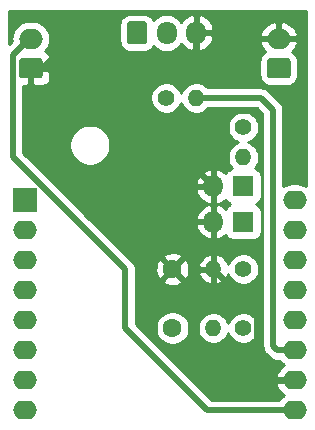
<source format=gbr>
G04 #@! TF.GenerationSoftware,KiCad,Pcbnew,5.1.5-52549c5~84~ubuntu18.04.1*
G04 #@! TF.CreationDate,2020-02-24T15:42:57+01:00*
G04 #@! TF.ProjectId,osat_wemos_board,6f736174-5f77-4656-9d6f-735f626f6172,rev?*
G04 #@! TF.SameCoordinates,Original*
G04 #@! TF.FileFunction,Copper,L2,Bot*
G04 #@! TF.FilePolarity,Positive*
%FSLAX46Y46*%
G04 Gerber Fmt 4.6, Leading zero omitted, Abs format (unit mm)*
G04 Created by KiCad (PCBNEW 5.1.5-52549c5~84~ubuntu18.04.1) date 2020-02-24 15:42:57*
%MOMM*%
%LPD*%
G04 APERTURE LIST*
%ADD10O,2.000000X1.600000*%
%ADD11R,2.000000X2.000000*%
%ADD12C,1.600000*%
%ADD13C,0.100000*%
%ADD14O,2.000000X1.700000*%
%ADD15O,1.700000X1.950000*%
%ADD16C,1.400000*%
%ADD17O,1.400000X1.400000*%
%ADD18R,1.800000X1.800000*%
%ADD19O,1.800000X1.800000*%
%ADD20C,0.500000*%
%ADD21C,0.254000*%
G04 APERTURE END LIST*
D10*
X105485001Y-70715001D03*
D11*
X105485001Y-68175001D03*
D10*
X105485001Y-73255001D03*
X105485001Y-75795001D03*
X105485001Y-78335001D03*
X105485001Y-80875001D03*
X105485001Y-83415001D03*
X105485001Y-85955001D03*
X128345001Y-85955001D03*
X128345001Y-83415001D03*
X128345001Y-80875001D03*
X128345001Y-78335001D03*
X128345001Y-75795001D03*
X128345001Y-73255001D03*
X128345001Y-70715001D03*
X128345001Y-68175001D03*
D12*
X118000000Y-74000000D03*
X118000000Y-79000000D03*
G04 #@! TA.AperFunction,ComponentPad*
D13*
G36*
X127774504Y-56151204D02*
G01*
X127798773Y-56154804D01*
X127822571Y-56160765D01*
X127845671Y-56169030D01*
X127867849Y-56179520D01*
X127888893Y-56192133D01*
X127908598Y-56206747D01*
X127926777Y-56223223D01*
X127943253Y-56241402D01*
X127957867Y-56261107D01*
X127970480Y-56282151D01*
X127980970Y-56304329D01*
X127989235Y-56327429D01*
X127995196Y-56351227D01*
X127998796Y-56375496D01*
X128000000Y-56400000D01*
X128000000Y-57600000D01*
X127998796Y-57624504D01*
X127995196Y-57648773D01*
X127989235Y-57672571D01*
X127980970Y-57695671D01*
X127970480Y-57717849D01*
X127957867Y-57738893D01*
X127943253Y-57758598D01*
X127926777Y-57776777D01*
X127908598Y-57793253D01*
X127888893Y-57807867D01*
X127867849Y-57820480D01*
X127845671Y-57830970D01*
X127822571Y-57839235D01*
X127798773Y-57845196D01*
X127774504Y-57848796D01*
X127750000Y-57850000D01*
X126250000Y-57850000D01*
X126225496Y-57848796D01*
X126201227Y-57845196D01*
X126177429Y-57839235D01*
X126154329Y-57830970D01*
X126132151Y-57820480D01*
X126111107Y-57807867D01*
X126091402Y-57793253D01*
X126073223Y-57776777D01*
X126056747Y-57758598D01*
X126042133Y-57738893D01*
X126029520Y-57717849D01*
X126019030Y-57695671D01*
X126010765Y-57672571D01*
X126004804Y-57648773D01*
X126001204Y-57624504D01*
X126000000Y-57600000D01*
X126000000Y-56400000D01*
X126001204Y-56375496D01*
X126004804Y-56351227D01*
X126010765Y-56327429D01*
X126019030Y-56304329D01*
X126029520Y-56282151D01*
X126042133Y-56261107D01*
X126056747Y-56241402D01*
X126073223Y-56223223D01*
X126091402Y-56206747D01*
X126111107Y-56192133D01*
X126132151Y-56179520D01*
X126154329Y-56169030D01*
X126177429Y-56160765D01*
X126201227Y-56154804D01*
X126225496Y-56151204D01*
X126250000Y-56150000D01*
X127750000Y-56150000D01*
X127774504Y-56151204D01*
G37*
G04 #@! TD.AperFunction*
D14*
X127000000Y-54500000D03*
X106000000Y-54500000D03*
G04 #@! TA.AperFunction,ComponentPad*
D13*
G36*
X106774504Y-56151204D02*
G01*
X106798773Y-56154804D01*
X106822571Y-56160765D01*
X106845671Y-56169030D01*
X106867849Y-56179520D01*
X106888893Y-56192133D01*
X106908598Y-56206747D01*
X106926777Y-56223223D01*
X106943253Y-56241402D01*
X106957867Y-56261107D01*
X106970480Y-56282151D01*
X106980970Y-56304329D01*
X106989235Y-56327429D01*
X106995196Y-56351227D01*
X106998796Y-56375496D01*
X107000000Y-56400000D01*
X107000000Y-57600000D01*
X106998796Y-57624504D01*
X106995196Y-57648773D01*
X106989235Y-57672571D01*
X106980970Y-57695671D01*
X106970480Y-57717849D01*
X106957867Y-57738893D01*
X106943253Y-57758598D01*
X106926777Y-57776777D01*
X106908598Y-57793253D01*
X106888893Y-57807867D01*
X106867849Y-57820480D01*
X106845671Y-57830970D01*
X106822571Y-57839235D01*
X106798773Y-57845196D01*
X106774504Y-57848796D01*
X106750000Y-57850000D01*
X105250000Y-57850000D01*
X105225496Y-57848796D01*
X105201227Y-57845196D01*
X105177429Y-57839235D01*
X105154329Y-57830970D01*
X105132151Y-57820480D01*
X105111107Y-57807867D01*
X105091402Y-57793253D01*
X105073223Y-57776777D01*
X105056747Y-57758598D01*
X105042133Y-57738893D01*
X105029520Y-57717849D01*
X105019030Y-57695671D01*
X105010765Y-57672571D01*
X105004804Y-57648773D01*
X105001204Y-57624504D01*
X105000000Y-57600000D01*
X105000000Y-56400000D01*
X105001204Y-56375496D01*
X105004804Y-56351227D01*
X105010765Y-56327429D01*
X105019030Y-56304329D01*
X105029520Y-56282151D01*
X105042133Y-56261107D01*
X105056747Y-56241402D01*
X105073223Y-56223223D01*
X105091402Y-56206747D01*
X105111107Y-56192133D01*
X105132151Y-56179520D01*
X105154329Y-56169030D01*
X105177429Y-56160765D01*
X105201227Y-56154804D01*
X105225496Y-56151204D01*
X105250000Y-56150000D01*
X106750000Y-56150000D01*
X106774504Y-56151204D01*
G37*
G04 #@! TD.AperFunction*
G04 #@! TA.AperFunction,ComponentPad*
G36*
X115624504Y-53026204D02*
G01*
X115648773Y-53029804D01*
X115672571Y-53035765D01*
X115695671Y-53044030D01*
X115717849Y-53054520D01*
X115738893Y-53067133D01*
X115758598Y-53081747D01*
X115776777Y-53098223D01*
X115793253Y-53116402D01*
X115807867Y-53136107D01*
X115820480Y-53157151D01*
X115830970Y-53179329D01*
X115839235Y-53202429D01*
X115845196Y-53226227D01*
X115848796Y-53250496D01*
X115850000Y-53275000D01*
X115850000Y-54725000D01*
X115848796Y-54749504D01*
X115845196Y-54773773D01*
X115839235Y-54797571D01*
X115830970Y-54820671D01*
X115820480Y-54842849D01*
X115807867Y-54863893D01*
X115793253Y-54883598D01*
X115776777Y-54901777D01*
X115758598Y-54918253D01*
X115738893Y-54932867D01*
X115717849Y-54945480D01*
X115695671Y-54955970D01*
X115672571Y-54964235D01*
X115648773Y-54970196D01*
X115624504Y-54973796D01*
X115600000Y-54975000D01*
X114400000Y-54975000D01*
X114375496Y-54973796D01*
X114351227Y-54970196D01*
X114327429Y-54964235D01*
X114304329Y-54955970D01*
X114282151Y-54945480D01*
X114261107Y-54932867D01*
X114241402Y-54918253D01*
X114223223Y-54901777D01*
X114206747Y-54883598D01*
X114192133Y-54863893D01*
X114179520Y-54842849D01*
X114169030Y-54820671D01*
X114160765Y-54797571D01*
X114154804Y-54773773D01*
X114151204Y-54749504D01*
X114150000Y-54725000D01*
X114150000Y-53275000D01*
X114151204Y-53250496D01*
X114154804Y-53226227D01*
X114160765Y-53202429D01*
X114169030Y-53179329D01*
X114179520Y-53157151D01*
X114192133Y-53136107D01*
X114206747Y-53116402D01*
X114223223Y-53098223D01*
X114241402Y-53081747D01*
X114261107Y-53067133D01*
X114282151Y-53054520D01*
X114304329Y-53044030D01*
X114327429Y-53035765D01*
X114351227Y-53029804D01*
X114375496Y-53026204D01*
X114400000Y-53025000D01*
X115600000Y-53025000D01*
X115624504Y-53026204D01*
G37*
G04 #@! TD.AperFunction*
D15*
X117500000Y-54000000D03*
X120000000Y-54000000D03*
D16*
X124000000Y-79000000D03*
D17*
X121460000Y-79000000D03*
D16*
X124000000Y-74000000D03*
D17*
X121460000Y-74000000D03*
X124000000Y-64540000D03*
D16*
X124000000Y-62000000D03*
D17*
X120000000Y-59500000D03*
D16*
X117460000Y-59500000D03*
D18*
X124000000Y-67000000D03*
D19*
X121460000Y-67000000D03*
X121460000Y-70000000D03*
D18*
X124000000Y-70000000D03*
D20*
X120000000Y-55475000D02*
X120000000Y-54000000D01*
X107000000Y-57000000D02*
X108000000Y-56000000D01*
X119475000Y-56000000D02*
X120000000Y-55475000D01*
X106000000Y-57000000D02*
X107000000Y-57000000D01*
X114000000Y-59540000D02*
X121460000Y-67000000D01*
X114000000Y-56000000D02*
X119475000Y-56000000D01*
X114000000Y-56000000D02*
X114000000Y-59540000D01*
X108000000Y-56000000D02*
X114000000Y-56000000D01*
X125150001Y-81720001D02*
X126845001Y-83415001D01*
X126845001Y-83415001D02*
X128345001Y-83415001D01*
X125150001Y-77690001D02*
X125150001Y-81720001D01*
X121460000Y-74000000D02*
X125150001Y-77690001D01*
X104500000Y-55850000D02*
X104500000Y-64500000D01*
X106000000Y-54500000D02*
X105850000Y-54500000D01*
X105850000Y-54500000D02*
X104500000Y-55850000D01*
X104500000Y-64500000D02*
X114000000Y-74000000D01*
X114000000Y-74000000D02*
X114000000Y-79000000D01*
X120955001Y-85955001D02*
X128345001Y-85955001D01*
X114000000Y-79000000D02*
X120955001Y-85955001D01*
X126500000Y-80530000D02*
X126845001Y-80875001D01*
X126500000Y-60500000D02*
X126500000Y-80530000D01*
X126845001Y-80875001D02*
X128345001Y-80875001D01*
X125500000Y-59500000D02*
X126500000Y-60500000D01*
X120000000Y-59500000D02*
X125500000Y-59500000D01*
D21*
G36*
X129340000Y-66972808D02*
G01*
X129096809Y-66842819D01*
X128826310Y-66760765D01*
X128615493Y-66740001D01*
X128074509Y-66740001D01*
X127863692Y-66760765D01*
X127593193Y-66842819D01*
X127385000Y-66954101D01*
X127385000Y-60543469D01*
X127389281Y-60500000D01*
X127385000Y-60456531D01*
X127385000Y-60456523D01*
X127372195Y-60326510D01*
X127370702Y-60321589D01*
X127321589Y-60159686D01*
X127239411Y-60005941D01*
X127156532Y-59904953D01*
X127156530Y-59904951D01*
X127128817Y-59871183D01*
X127095050Y-59843471D01*
X126156534Y-58904956D01*
X126128817Y-58871183D01*
X125994059Y-58760589D01*
X125840313Y-58678411D01*
X125673490Y-58627805D01*
X125543477Y-58615000D01*
X125543469Y-58615000D01*
X125500000Y-58610719D01*
X125456531Y-58615000D01*
X121002975Y-58615000D01*
X120851013Y-58463038D01*
X120632359Y-58316939D01*
X120389405Y-58216304D01*
X120131486Y-58165000D01*
X119868514Y-58165000D01*
X119610595Y-58216304D01*
X119367641Y-58316939D01*
X119148987Y-58463038D01*
X118963038Y-58648987D01*
X118816939Y-58867641D01*
X118730000Y-59077530D01*
X118643061Y-58867641D01*
X118496962Y-58648987D01*
X118311013Y-58463038D01*
X118092359Y-58316939D01*
X117849405Y-58216304D01*
X117591486Y-58165000D01*
X117328514Y-58165000D01*
X117070595Y-58216304D01*
X116827641Y-58316939D01*
X116608987Y-58463038D01*
X116423038Y-58648987D01*
X116276939Y-58867641D01*
X116176304Y-59110595D01*
X116125000Y-59368514D01*
X116125000Y-59631486D01*
X116176304Y-59889405D01*
X116276939Y-60132359D01*
X116423038Y-60351013D01*
X116608987Y-60536962D01*
X116827641Y-60683061D01*
X117070595Y-60783696D01*
X117328514Y-60835000D01*
X117591486Y-60835000D01*
X117849405Y-60783696D01*
X118092359Y-60683061D01*
X118311013Y-60536962D01*
X118496962Y-60351013D01*
X118643061Y-60132359D01*
X118730000Y-59922470D01*
X118816939Y-60132359D01*
X118963038Y-60351013D01*
X119148987Y-60536962D01*
X119367641Y-60683061D01*
X119610595Y-60783696D01*
X119868514Y-60835000D01*
X120131486Y-60835000D01*
X120389405Y-60783696D01*
X120632359Y-60683061D01*
X120851013Y-60536962D01*
X121002975Y-60385000D01*
X125133422Y-60385000D01*
X125615000Y-60866579D01*
X125615001Y-80486521D01*
X125610719Y-80530000D01*
X125627805Y-80703490D01*
X125678412Y-80870313D01*
X125760590Y-81024059D01*
X125843468Y-81125046D01*
X125843471Y-81125049D01*
X125871184Y-81158817D01*
X125904952Y-81186530D01*
X126188467Y-81470045D01*
X126216184Y-81503818D01*
X126350942Y-81614412D01*
X126504688Y-81696590D01*
X126671511Y-81747196D01*
X126801524Y-81760001D01*
X126801534Y-81760001D01*
X126845000Y-81764282D01*
X126888466Y-81760001D01*
X127014923Y-81760001D01*
X127125393Y-81894609D01*
X127343900Y-82073933D01*
X127473346Y-82143123D01*
X127455774Y-82150571D01*
X127222339Y-82309328D01*
X127024362Y-82510576D01*
X126869450Y-82746580D01*
X126763557Y-83008271D01*
X126753097Y-83065962D01*
X126875086Y-83288001D01*
X128218001Y-83288001D01*
X128218001Y-83268001D01*
X128472001Y-83268001D01*
X128472001Y-83288001D01*
X128492001Y-83288001D01*
X128492001Y-83542001D01*
X128472001Y-83542001D01*
X128472001Y-83562001D01*
X128218001Y-83562001D01*
X128218001Y-83542001D01*
X126875086Y-83542001D01*
X126753097Y-83764040D01*
X126763557Y-83821731D01*
X126869450Y-84083422D01*
X127024362Y-84319426D01*
X127222339Y-84520674D01*
X127455774Y-84679431D01*
X127473346Y-84686879D01*
X127343900Y-84756069D01*
X127125393Y-84935393D01*
X127014923Y-85070001D01*
X121321580Y-85070001D01*
X115110244Y-78858665D01*
X116565000Y-78858665D01*
X116565000Y-79141335D01*
X116620147Y-79418574D01*
X116728320Y-79679727D01*
X116885363Y-79914759D01*
X117085241Y-80114637D01*
X117320273Y-80271680D01*
X117581426Y-80379853D01*
X117858665Y-80435000D01*
X118141335Y-80435000D01*
X118418574Y-80379853D01*
X118679727Y-80271680D01*
X118914759Y-80114637D01*
X119114637Y-79914759D01*
X119271680Y-79679727D01*
X119379853Y-79418574D01*
X119435000Y-79141335D01*
X119435000Y-78868514D01*
X120125000Y-78868514D01*
X120125000Y-79131486D01*
X120176304Y-79389405D01*
X120276939Y-79632359D01*
X120423038Y-79851013D01*
X120608987Y-80036962D01*
X120827641Y-80183061D01*
X121070595Y-80283696D01*
X121328514Y-80335000D01*
X121591486Y-80335000D01*
X121849405Y-80283696D01*
X122092359Y-80183061D01*
X122311013Y-80036962D01*
X122496962Y-79851013D01*
X122643061Y-79632359D01*
X122730000Y-79422470D01*
X122816939Y-79632359D01*
X122963038Y-79851013D01*
X123148987Y-80036962D01*
X123367641Y-80183061D01*
X123610595Y-80283696D01*
X123868514Y-80335000D01*
X124131486Y-80335000D01*
X124389405Y-80283696D01*
X124632359Y-80183061D01*
X124851013Y-80036962D01*
X125036962Y-79851013D01*
X125183061Y-79632359D01*
X125283696Y-79389405D01*
X125335000Y-79131486D01*
X125335000Y-78868514D01*
X125283696Y-78610595D01*
X125183061Y-78367641D01*
X125036962Y-78148987D01*
X124851013Y-77963038D01*
X124632359Y-77816939D01*
X124389405Y-77716304D01*
X124131486Y-77665000D01*
X123868514Y-77665000D01*
X123610595Y-77716304D01*
X123367641Y-77816939D01*
X123148987Y-77963038D01*
X122963038Y-78148987D01*
X122816939Y-78367641D01*
X122730000Y-78577530D01*
X122643061Y-78367641D01*
X122496962Y-78148987D01*
X122311013Y-77963038D01*
X122092359Y-77816939D01*
X121849405Y-77716304D01*
X121591486Y-77665000D01*
X121328514Y-77665000D01*
X121070595Y-77716304D01*
X120827641Y-77816939D01*
X120608987Y-77963038D01*
X120423038Y-78148987D01*
X120276939Y-78367641D01*
X120176304Y-78610595D01*
X120125000Y-78868514D01*
X119435000Y-78868514D01*
X119435000Y-78858665D01*
X119379853Y-78581426D01*
X119271680Y-78320273D01*
X119114637Y-78085241D01*
X118914759Y-77885363D01*
X118679727Y-77728320D01*
X118418574Y-77620147D01*
X118141335Y-77565000D01*
X117858665Y-77565000D01*
X117581426Y-77620147D01*
X117320273Y-77728320D01*
X117085241Y-77885363D01*
X116885363Y-78085241D01*
X116728320Y-78320273D01*
X116620147Y-78581426D01*
X116565000Y-78858665D01*
X115110244Y-78858665D01*
X114885000Y-78633422D01*
X114885000Y-74992702D01*
X117186903Y-74992702D01*
X117258486Y-75236671D01*
X117513996Y-75357571D01*
X117788184Y-75426300D01*
X118070512Y-75440217D01*
X118350130Y-75398787D01*
X118616292Y-75303603D01*
X118741514Y-75236671D01*
X118813097Y-74992702D01*
X118000000Y-74179605D01*
X117186903Y-74992702D01*
X114885000Y-74992702D01*
X114885000Y-74070512D01*
X116559783Y-74070512D01*
X116601213Y-74350130D01*
X116696397Y-74616292D01*
X116763329Y-74741514D01*
X117007298Y-74813097D01*
X117820395Y-74000000D01*
X118179605Y-74000000D01*
X118992702Y-74813097D01*
X119236671Y-74741514D01*
X119357571Y-74486004D01*
X119395841Y-74333329D01*
X120167284Y-74333329D01*
X120199953Y-74441044D01*
X120310208Y-74678392D01*
X120464649Y-74889670D01*
X120657340Y-75066759D01*
X120880877Y-75202853D01*
X121126670Y-75292722D01*
X121333000Y-75170201D01*
X121333000Y-74127000D01*
X120290626Y-74127000D01*
X120167284Y-74333329D01*
X119395841Y-74333329D01*
X119426300Y-74211816D01*
X119440217Y-73929488D01*
X119401277Y-73666671D01*
X120167284Y-73666671D01*
X120290626Y-73873000D01*
X121333000Y-73873000D01*
X121333000Y-72829799D01*
X121587000Y-72829799D01*
X121587000Y-73873000D01*
X121607000Y-73873000D01*
X121607000Y-74127000D01*
X121587000Y-74127000D01*
X121587000Y-75170201D01*
X121793330Y-75292722D01*
X122039123Y-75202853D01*
X122262660Y-75066759D01*
X122455351Y-74889670D01*
X122609792Y-74678392D01*
X122720047Y-74441044D01*
X122727506Y-74416450D01*
X122816939Y-74632359D01*
X122963038Y-74851013D01*
X123148987Y-75036962D01*
X123367641Y-75183061D01*
X123610595Y-75283696D01*
X123868514Y-75335000D01*
X124131486Y-75335000D01*
X124389405Y-75283696D01*
X124632359Y-75183061D01*
X124851013Y-75036962D01*
X125036962Y-74851013D01*
X125183061Y-74632359D01*
X125283696Y-74389405D01*
X125335000Y-74131486D01*
X125335000Y-73868514D01*
X125283696Y-73610595D01*
X125183061Y-73367641D01*
X125036962Y-73148987D01*
X124851013Y-72963038D01*
X124632359Y-72816939D01*
X124389405Y-72716304D01*
X124131486Y-72665000D01*
X123868514Y-72665000D01*
X123610595Y-72716304D01*
X123367641Y-72816939D01*
X123148987Y-72963038D01*
X122963038Y-73148987D01*
X122816939Y-73367641D01*
X122727506Y-73583550D01*
X122720047Y-73558956D01*
X122609792Y-73321608D01*
X122455351Y-73110330D01*
X122262660Y-72933241D01*
X122039123Y-72797147D01*
X121793330Y-72707278D01*
X121587000Y-72829799D01*
X121333000Y-72829799D01*
X121126670Y-72707278D01*
X120880877Y-72797147D01*
X120657340Y-72933241D01*
X120464649Y-73110330D01*
X120310208Y-73321608D01*
X120199953Y-73558956D01*
X120167284Y-73666671D01*
X119401277Y-73666671D01*
X119398787Y-73649870D01*
X119303603Y-73383708D01*
X119236671Y-73258486D01*
X118992702Y-73186903D01*
X118179605Y-74000000D01*
X117820395Y-74000000D01*
X117007298Y-73186903D01*
X116763329Y-73258486D01*
X116642429Y-73513996D01*
X116573700Y-73788184D01*
X116559783Y-74070512D01*
X114885000Y-74070512D01*
X114885000Y-74043469D01*
X114889281Y-74000000D01*
X114885000Y-73956531D01*
X114885000Y-73956523D01*
X114872195Y-73826510D01*
X114821589Y-73659687D01*
X114739411Y-73505941D01*
X114628817Y-73371183D01*
X114595051Y-73343472D01*
X114258877Y-73007298D01*
X117186903Y-73007298D01*
X118000000Y-73820395D01*
X118813097Y-73007298D01*
X118741514Y-72763329D01*
X118486004Y-72642429D01*
X118211816Y-72573700D01*
X117929488Y-72559783D01*
X117649870Y-72601213D01*
X117383708Y-72696397D01*
X117258486Y-72763329D01*
X117186903Y-73007298D01*
X114258877Y-73007298D01*
X111616319Y-70364740D01*
X119968964Y-70364740D01*
X120017606Y-70525107D01*
X120147764Y-70796414D01*
X120328351Y-71037116D01*
X120552427Y-71237962D01*
X120811380Y-71391234D01*
X121095259Y-71491041D01*
X121333000Y-71370992D01*
X121333000Y-70127000D01*
X120089622Y-70127000D01*
X119968964Y-70364740D01*
X111616319Y-70364740D01*
X110886839Y-69635260D01*
X119968964Y-69635260D01*
X120089622Y-69873000D01*
X121333000Y-69873000D01*
X121333000Y-68629008D01*
X121095259Y-68508959D01*
X120811380Y-68608766D01*
X120552427Y-68762038D01*
X120328351Y-68962884D01*
X120147764Y-69203586D01*
X120017606Y-69474893D01*
X119968964Y-69635260D01*
X110886839Y-69635260D01*
X108616319Y-67364740D01*
X119968964Y-67364740D01*
X120017606Y-67525107D01*
X120147764Y-67796414D01*
X120328351Y-68037116D01*
X120552427Y-68237962D01*
X120811380Y-68391234D01*
X121095259Y-68491041D01*
X121333000Y-68370992D01*
X121333000Y-67127000D01*
X120089622Y-67127000D01*
X119968964Y-67364740D01*
X108616319Y-67364740D01*
X107886839Y-66635260D01*
X119968964Y-66635260D01*
X120089622Y-66873000D01*
X121333000Y-66873000D01*
X121333000Y-65629008D01*
X121587000Y-65629008D01*
X121587000Y-66873000D01*
X121607000Y-66873000D01*
X121607000Y-67127000D01*
X121587000Y-67127000D01*
X121587000Y-68370992D01*
X121824741Y-68491041D01*
X122108620Y-68391234D01*
X122367573Y-68237962D01*
X122502311Y-68117192D01*
X122510498Y-68144180D01*
X122569463Y-68254494D01*
X122648815Y-68351185D01*
X122745506Y-68430537D01*
X122855820Y-68489502D01*
X122890427Y-68500000D01*
X122855820Y-68510498D01*
X122745506Y-68569463D01*
X122648815Y-68648815D01*
X122569463Y-68745506D01*
X122510498Y-68855820D01*
X122502311Y-68882808D01*
X122367573Y-68762038D01*
X122108620Y-68608766D01*
X121824741Y-68508959D01*
X121587000Y-68629008D01*
X121587000Y-69873000D01*
X121607000Y-69873000D01*
X121607000Y-70127000D01*
X121587000Y-70127000D01*
X121587000Y-71370992D01*
X121824741Y-71491041D01*
X122108620Y-71391234D01*
X122367573Y-71237962D01*
X122502311Y-71117192D01*
X122510498Y-71144180D01*
X122569463Y-71254494D01*
X122648815Y-71351185D01*
X122745506Y-71430537D01*
X122855820Y-71489502D01*
X122975518Y-71525812D01*
X123100000Y-71538072D01*
X124900000Y-71538072D01*
X125024482Y-71525812D01*
X125144180Y-71489502D01*
X125254494Y-71430537D01*
X125351185Y-71351185D01*
X125430537Y-71254494D01*
X125489502Y-71144180D01*
X125525812Y-71024482D01*
X125538072Y-70900000D01*
X125538072Y-69100000D01*
X125525812Y-68975518D01*
X125489502Y-68855820D01*
X125430537Y-68745506D01*
X125351185Y-68648815D01*
X125254494Y-68569463D01*
X125144180Y-68510498D01*
X125109573Y-68500000D01*
X125144180Y-68489502D01*
X125254494Y-68430537D01*
X125351185Y-68351185D01*
X125430537Y-68254494D01*
X125489502Y-68144180D01*
X125525812Y-68024482D01*
X125538072Y-67900000D01*
X125538072Y-66100000D01*
X125525812Y-65975518D01*
X125489502Y-65855820D01*
X125430537Y-65745506D01*
X125351185Y-65648815D01*
X125254494Y-65569463D01*
X125144180Y-65510498D01*
X125024482Y-65474188D01*
X124960125Y-65467850D01*
X125036962Y-65391013D01*
X125183061Y-65172359D01*
X125283696Y-64929405D01*
X125335000Y-64671486D01*
X125335000Y-64408514D01*
X125283696Y-64150595D01*
X125183061Y-63907641D01*
X125036962Y-63688987D01*
X124851013Y-63503038D01*
X124632359Y-63356939D01*
X124422470Y-63270000D01*
X124632359Y-63183061D01*
X124851013Y-63036962D01*
X125036962Y-62851013D01*
X125183061Y-62632359D01*
X125283696Y-62389405D01*
X125335000Y-62131486D01*
X125335000Y-61868514D01*
X125283696Y-61610595D01*
X125183061Y-61367641D01*
X125036962Y-61148987D01*
X124851013Y-60963038D01*
X124632359Y-60816939D01*
X124389405Y-60716304D01*
X124131486Y-60665000D01*
X123868514Y-60665000D01*
X123610595Y-60716304D01*
X123367641Y-60816939D01*
X123148987Y-60963038D01*
X122963038Y-61148987D01*
X122816939Y-61367641D01*
X122716304Y-61610595D01*
X122665000Y-61868514D01*
X122665000Y-62131486D01*
X122716304Y-62389405D01*
X122816939Y-62632359D01*
X122963038Y-62851013D01*
X123148987Y-63036962D01*
X123367641Y-63183061D01*
X123577530Y-63270000D01*
X123367641Y-63356939D01*
X123148987Y-63503038D01*
X122963038Y-63688987D01*
X122816939Y-63907641D01*
X122716304Y-64150595D01*
X122665000Y-64408514D01*
X122665000Y-64671486D01*
X122716304Y-64929405D01*
X122816939Y-65172359D01*
X122963038Y-65391013D01*
X123039875Y-65467850D01*
X122975518Y-65474188D01*
X122855820Y-65510498D01*
X122745506Y-65569463D01*
X122648815Y-65648815D01*
X122569463Y-65745506D01*
X122510498Y-65855820D01*
X122502311Y-65882808D01*
X122367573Y-65762038D01*
X122108620Y-65608766D01*
X121824741Y-65508959D01*
X121587000Y-65629008D01*
X121333000Y-65629008D01*
X121095259Y-65508959D01*
X120811380Y-65608766D01*
X120552427Y-65762038D01*
X120328351Y-65962884D01*
X120147764Y-66203586D01*
X120017606Y-66474893D01*
X119968964Y-66635260D01*
X107886839Y-66635260D01*
X105385000Y-64133422D01*
X105385000Y-63329117D01*
X109265000Y-63329117D01*
X109265000Y-63670883D01*
X109331675Y-64006081D01*
X109462463Y-64321831D01*
X109652337Y-64605998D01*
X109894002Y-64847663D01*
X110178169Y-65037537D01*
X110493919Y-65168325D01*
X110829117Y-65235000D01*
X111170883Y-65235000D01*
X111506081Y-65168325D01*
X111821831Y-65037537D01*
X112105998Y-64847663D01*
X112347663Y-64605998D01*
X112537537Y-64321831D01*
X112668325Y-64006081D01*
X112735000Y-63670883D01*
X112735000Y-63329117D01*
X112668325Y-62993919D01*
X112537537Y-62678169D01*
X112347663Y-62394002D01*
X112105998Y-62152337D01*
X111821831Y-61962463D01*
X111506081Y-61831675D01*
X111170883Y-61765000D01*
X110829117Y-61765000D01*
X110493919Y-61831675D01*
X110178169Y-61962463D01*
X109894002Y-62152337D01*
X109652337Y-62394002D01*
X109462463Y-62678169D01*
X109331675Y-62993919D01*
X109265000Y-63329117D01*
X105385000Y-63329117D01*
X105385000Y-58486416D01*
X105714250Y-58485000D01*
X105873000Y-58326250D01*
X105873000Y-57127000D01*
X106127000Y-57127000D01*
X106127000Y-58326250D01*
X106285750Y-58485000D01*
X107000000Y-58488072D01*
X107124482Y-58475812D01*
X107244180Y-58439502D01*
X107354494Y-58380537D01*
X107451185Y-58301185D01*
X107530537Y-58204494D01*
X107589502Y-58094180D01*
X107625812Y-57974482D01*
X107638072Y-57850000D01*
X107635000Y-57285750D01*
X107476250Y-57127000D01*
X106127000Y-57127000D01*
X105873000Y-57127000D01*
X105853000Y-57127000D01*
X105853000Y-56873000D01*
X105873000Y-56873000D01*
X105873000Y-56853000D01*
X106127000Y-56853000D01*
X106127000Y-56873000D01*
X107476250Y-56873000D01*
X107635000Y-56714250D01*
X107636710Y-56400000D01*
X125361928Y-56400000D01*
X125361928Y-57600000D01*
X125378992Y-57773254D01*
X125429528Y-57939850D01*
X125511595Y-58093386D01*
X125622038Y-58227962D01*
X125756614Y-58338405D01*
X125910150Y-58420472D01*
X126076746Y-58471008D01*
X126250000Y-58488072D01*
X127750000Y-58488072D01*
X127923254Y-58471008D01*
X128089850Y-58420472D01*
X128243386Y-58338405D01*
X128377962Y-58227962D01*
X128488405Y-58093386D01*
X128570472Y-57939850D01*
X128621008Y-57773254D01*
X128638072Y-57600000D01*
X128638072Y-56400000D01*
X128621008Y-56226746D01*
X128570472Y-56060150D01*
X128488405Y-55906614D01*
X128377962Y-55772038D01*
X128243386Y-55661595D01*
X128141407Y-55607086D01*
X128141795Y-55606802D01*
X128338664Y-55392046D01*
X128489854Y-55143009D01*
X128589554Y-54869261D01*
X128591476Y-54856890D01*
X128470155Y-54627000D01*
X127127000Y-54627000D01*
X127127000Y-54647000D01*
X126873000Y-54647000D01*
X126873000Y-54627000D01*
X125529845Y-54627000D01*
X125408524Y-54856890D01*
X125410446Y-54869261D01*
X125510146Y-55143009D01*
X125661336Y-55392046D01*
X125858205Y-55606802D01*
X125858593Y-55607086D01*
X125756614Y-55661595D01*
X125622038Y-55772038D01*
X125511595Y-55906614D01*
X125429528Y-56060150D01*
X125378992Y-56226746D01*
X125361928Y-56400000D01*
X107636710Y-56400000D01*
X107638072Y-56150000D01*
X107625812Y-56025518D01*
X107589502Y-55905820D01*
X107530537Y-55795506D01*
X107451185Y-55698815D01*
X107354494Y-55619463D01*
X107244180Y-55560498D01*
X107209392Y-55549945D01*
X107390706Y-55329014D01*
X107528599Y-55071034D01*
X107613513Y-54791111D01*
X107642185Y-54500000D01*
X107613513Y-54208889D01*
X107528599Y-53928966D01*
X107390706Y-53670986D01*
X107205134Y-53444866D01*
X106998152Y-53275000D01*
X113511928Y-53275000D01*
X113511928Y-54725000D01*
X113528992Y-54898254D01*
X113579528Y-55064850D01*
X113661595Y-55218386D01*
X113772038Y-55352962D01*
X113906614Y-55463405D01*
X114060150Y-55545472D01*
X114226746Y-55596008D01*
X114400000Y-55613072D01*
X115600000Y-55613072D01*
X115773254Y-55596008D01*
X115939850Y-55545472D01*
X116093386Y-55463405D01*
X116227962Y-55352962D01*
X116338405Y-55218386D01*
X116392777Y-55116663D01*
X116444866Y-55180134D01*
X116670987Y-55365706D01*
X116928967Y-55503599D01*
X117208890Y-55588513D01*
X117500000Y-55617185D01*
X117791111Y-55588513D01*
X118071034Y-55503599D01*
X118329014Y-55365706D01*
X118555134Y-55180134D01*
X118740706Y-54954014D01*
X118754462Y-54928278D01*
X118910951Y-55134429D01*
X119128807Y-55327496D01*
X119380142Y-55474352D01*
X119643110Y-55566476D01*
X119873000Y-55445155D01*
X119873000Y-54127000D01*
X120127000Y-54127000D01*
X120127000Y-55445155D01*
X120356890Y-55566476D01*
X120619858Y-55474352D01*
X120871193Y-55327496D01*
X121089049Y-55134429D01*
X121265053Y-54902570D01*
X121392442Y-54640830D01*
X121466320Y-54359267D01*
X121335887Y-54143110D01*
X125408524Y-54143110D01*
X125529845Y-54373000D01*
X126873000Y-54373000D01*
X126873000Y-53172768D01*
X127127000Y-53172768D01*
X127127000Y-54373000D01*
X128470155Y-54373000D01*
X128591476Y-54143110D01*
X128589554Y-54130739D01*
X128489854Y-53856991D01*
X128338664Y-53607954D01*
X128141795Y-53393198D01*
X127906812Y-53220975D01*
X127642745Y-53097904D01*
X127359742Y-53028715D01*
X127127000Y-53172768D01*
X126873000Y-53172768D01*
X126640258Y-53028715D01*
X126357255Y-53097904D01*
X126093188Y-53220975D01*
X125858205Y-53393198D01*
X125661336Y-53607954D01*
X125510146Y-53856991D01*
X125410446Y-54130739D01*
X125408524Y-54143110D01*
X121335887Y-54143110D01*
X121326165Y-54127000D01*
X120127000Y-54127000D01*
X119873000Y-54127000D01*
X119853000Y-54127000D01*
X119853000Y-53873000D01*
X119873000Y-53873000D01*
X119873000Y-52554845D01*
X120127000Y-52554845D01*
X120127000Y-53873000D01*
X121326165Y-53873000D01*
X121466320Y-53640733D01*
X121392442Y-53359170D01*
X121265053Y-53097430D01*
X121089049Y-52865571D01*
X120871193Y-52672504D01*
X120619858Y-52525648D01*
X120356890Y-52433524D01*
X120127000Y-52554845D01*
X119873000Y-52554845D01*
X119643110Y-52433524D01*
X119380142Y-52525648D01*
X119128807Y-52672504D01*
X118910951Y-52865571D01*
X118754462Y-53071722D01*
X118740706Y-53045986D01*
X118555134Y-52819866D01*
X118329013Y-52634294D01*
X118071033Y-52496401D01*
X117791110Y-52411487D01*
X117500000Y-52382815D01*
X117208889Y-52411487D01*
X116928966Y-52496401D01*
X116670986Y-52634294D01*
X116444866Y-52819866D01*
X116392777Y-52883337D01*
X116338405Y-52781614D01*
X116227962Y-52647038D01*
X116093386Y-52536595D01*
X115939850Y-52454528D01*
X115773254Y-52403992D01*
X115600000Y-52386928D01*
X114400000Y-52386928D01*
X114226746Y-52403992D01*
X114060150Y-52454528D01*
X113906614Y-52536595D01*
X113772038Y-52647038D01*
X113661595Y-52781614D01*
X113579528Y-52935150D01*
X113528992Y-53101746D01*
X113511928Y-53275000D01*
X106998152Y-53275000D01*
X106979014Y-53259294D01*
X106721034Y-53121401D01*
X106441111Y-53036487D01*
X106222950Y-53015000D01*
X105777050Y-53015000D01*
X105558889Y-53036487D01*
X105278966Y-53121401D01*
X105020986Y-53259294D01*
X104794866Y-53444866D01*
X104609294Y-53670986D01*
X104471401Y-53928966D01*
X104386487Y-54208889D01*
X104357815Y-54500000D01*
X104379388Y-54719034D01*
X104160000Y-54938422D01*
X104160000Y-52160000D01*
X129340000Y-52160000D01*
X129340000Y-66972808D01*
G37*
X129340000Y-66972808D02*
X129096809Y-66842819D01*
X128826310Y-66760765D01*
X128615493Y-66740001D01*
X128074509Y-66740001D01*
X127863692Y-66760765D01*
X127593193Y-66842819D01*
X127385000Y-66954101D01*
X127385000Y-60543469D01*
X127389281Y-60500000D01*
X127385000Y-60456531D01*
X127385000Y-60456523D01*
X127372195Y-60326510D01*
X127370702Y-60321589D01*
X127321589Y-60159686D01*
X127239411Y-60005941D01*
X127156532Y-59904953D01*
X127156530Y-59904951D01*
X127128817Y-59871183D01*
X127095050Y-59843471D01*
X126156534Y-58904956D01*
X126128817Y-58871183D01*
X125994059Y-58760589D01*
X125840313Y-58678411D01*
X125673490Y-58627805D01*
X125543477Y-58615000D01*
X125543469Y-58615000D01*
X125500000Y-58610719D01*
X125456531Y-58615000D01*
X121002975Y-58615000D01*
X120851013Y-58463038D01*
X120632359Y-58316939D01*
X120389405Y-58216304D01*
X120131486Y-58165000D01*
X119868514Y-58165000D01*
X119610595Y-58216304D01*
X119367641Y-58316939D01*
X119148987Y-58463038D01*
X118963038Y-58648987D01*
X118816939Y-58867641D01*
X118730000Y-59077530D01*
X118643061Y-58867641D01*
X118496962Y-58648987D01*
X118311013Y-58463038D01*
X118092359Y-58316939D01*
X117849405Y-58216304D01*
X117591486Y-58165000D01*
X117328514Y-58165000D01*
X117070595Y-58216304D01*
X116827641Y-58316939D01*
X116608987Y-58463038D01*
X116423038Y-58648987D01*
X116276939Y-58867641D01*
X116176304Y-59110595D01*
X116125000Y-59368514D01*
X116125000Y-59631486D01*
X116176304Y-59889405D01*
X116276939Y-60132359D01*
X116423038Y-60351013D01*
X116608987Y-60536962D01*
X116827641Y-60683061D01*
X117070595Y-60783696D01*
X117328514Y-60835000D01*
X117591486Y-60835000D01*
X117849405Y-60783696D01*
X118092359Y-60683061D01*
X118311013Y-60536962D01*
X118496962Y-60351013D01*
X118643061Y-60132359D01*
X118730000Y-59922470D01*
X118816939Y-60132359D01*
X118963038Y-60351013D01*
X119148987Y-60536962D01*
X119367641Y-60683061D01*
X119610595Y-60783696D01*
X119868514Y-60835000D01*
X120131486Y-60835000D01*
X120389405Y-60783696D01*
X120632359Y-60683061D01*
X120851013Y-60536962D01*
X121002975Y-60385000D01*
X125133422Y-60385000D01*
X125615000Y-60866579D01*
X125615001Y-80486521D01*
X125610719Y-80530000D01*
X125627805Y-80703490D01*
X125678412Y-80870313D01*
X125760590Y-81024059D01*
X125843468Y-81125046D01*
X125843471Y-81125049D01*
X125871184Y-81158817D01*
X125904952Y-81186530D01*
X126188467Y-81470045D01*
X126216184Y-81503818D01*
X126350942Y-81614412D01*
X126504688Y-81696590D01*
X126671511Y-81747196D01*
X126801524Y-81760001D01*
X126801534Y-81760001D01*
X126845000Y-81764282D01*
X126888466Y-81760001D01*
X127014923Y-81760001D01*
X127125393Y-81894609D01*
X127343900Y-82073933D01*
X127473346Y-82143123D01*
X127455774Y-82150571D01*
X127222339Y-82309328D01*
X127024362Y-82510576D01*
X126869450Y-82746580D01*
X126763557Y-83008271D01*
X126753097Y-83065962D01*
X126875086Y-83288001D01*
X128218001Y-83288001D01*
X128218001Y-83268001D01*
X128472001Y-83268001D01*
X128472001Y-83288001D01*
X128492001Y-83288001D01*
X128492001Y-83542001D01*
X128472001Y-83542001D01*
X128472001Y-83562001D01*
X128218001Y-83562001D01*
X128218001Y-83542001D01*
X126875086Y-83542001D01*
X126753097Y-83764040D01*
X126763557Y-83821731D01*
X126869450Y-84083422D01*
X127024362Y-84319426D01*
X127222339Y-84520674D01*
X127455774Y-84679431D01*
X127473346Y-84686879D01*
X127343900Y-84756069D01*
X127125393Y-84935393D01*
X127014923Y-85070001D01*
X121321580Y-85070001D01*
X115110244Y-78858665D01*
X116565000Y-78858665D01*
X116565000Y-79141335D01*
X116620147Y-79418574D01*
X116728320Y-79679727D01*
X116885363Y-79914759D01*
X117085241Y-80114637D01*
X117320273Y-80271680D01*
X117581426Y-80379853D01*
X117858665Y-80435000D01*
X118141335Y-80435000D01*
X118418574Y-80379853D01*
X118679727Y-80271680D01*
X118914759Y-80114637D01*
X119114637Y-79914759D01*
X119271680Y-79679727D01*
X119379853Y-79418574D01*
X119435000Y-79141335D01*
X119435000Y-78868514D01*
X120125000Y-78868514D01*
X120125000Y-79131486D01*
X120176304Y-79389405D01*
X120276939Y-79632359D01*
X120423038Y-79851013D01*
X120608987Y-80036962D01*
X120827641Y-80183061D01*
X121070595Y-80283696D01*
X121328514Y-80335000D01*
X121591486Y-80335000D01*
X121849405Y-80283696D01*
X122092359Y-80183061D01*
X122311013Y-80036962D01*
X122496962Y-79851013D01*
X122643061Y-79632359D01*
X122730000Y-79422470D01*
X122816939Y-79632359D01*
X122963038Y-79851013D01*
X123148987Y-80036962D01*
X123367641Y-80183061D01*
X123610595Y-80283696D01*
X123868514Y-80335000D01*
X124131486Y-80335000D01*
X124389405Y-80283696D01*
X124632359Y-80183061D01*
X124851013Y-80036962D01*
X125036962Y-79851013D01*
X125183061Y-79632359D01*
X125283696Y-79389405D01*
X125335000Y-79131486D01*
X125335000Y-78868514D01*
X125283696Y-78610595D01*
X125183061Y-78367641D01*
X125036962Y-78148987D01*
X124851013Y-77963038D01*
X124632359Y-77816939D01*
X124389405Y-77716304D01*
X124131486Y-77665000D01*
X123868514Y-77665000D01*
X123610595Y-77716304D01*
X123367641Y-77816939D01*
X123148987Y-77963038D01*
X122963038Y-78148987D01*
X122816939Y-78367641D01*
X122730000Y-78577530D01*
X122643061Y-78367641D01*
X122496962Y-78148987D01*
X122311013Y-77963038D01*
X122092359Y-77816939D01*
X121849405Y-77716304D01*
X121591486Y-77665000D01*
X121328514Y-77665000D01*
X121070595Y-77716304D01*
X120827641Y-77816939D01*
X120608987Y-77963038D01*
X120423038Y-78148987D01*
X120276939Y-78367641D01*
X120176304Y-78610595D01*
X120125000Y-78868514D01*
X119435000Y-78868514D01*
X119435000Y-78858665D01*
X119379853Y-78581426D01*
X119271680Y-78320273D01*
X119114637Y-78085241D01*
X118914759Y-77885363D01*
X118679727Y-77728320D01*
X118418574Y-77620147D01*
X118141335Y-77565000D01*
X117858665Y-77565000D01*
X117581426Y-77620147D01*
X117320273Y-77728320D01*
X117085241Y-77885363D01*
X116885363Y-78085241D01*
X116728320Y-78320273D01*
X116620147Y-78581426D01*
X116565000Y-78858665D01*
X115110244Y-78858665D01*
X114885000Y-78633422D01*
X114885000Y-74992702D01*
X117186903Y-74992702D01*
X117258486Y-75236671D01*
X117513996Y-75357571D01*
X117788184Y-75426300D01*
X118070512Y-75440217D01*
X118350130Y-75398787D01*
X118616292Y-75303603D01*
X118741514Y-75236671D01*
X118813097Y-74992702D01*
X118000000Y-74179605D01*
X117186903Y-74992702D01*
X114885000Y-74992702D01*
X114885000Y-74070512D01*
X116559783Y-74070512D01*
X116601213Y-74350130D01*
X116696397Y-74616292D01*
X116763329Y-74741514D01*
X117007298Y-74813097D01*
X117820395Y-74000000D01*
X118179605Y-74000000D01*
X118992702Y-74813097D01*
X119236671Y-74741514D01*
X119357571Y-74486004D01*
X119395841Y-74333329D01*
X120167284Y-74333329D01*
X120199953Y-74441044D01*
X120310208Y-74678392D01*
X120464649Y-74889670D01*
X120657340Y-75066759D01*
X120880877Y-75202853D01*
X121126670Y-75292722D01*
X121333000Y-75170201D01*
X121333000Y-74127000D01*
X120290626Y-74127000D01*
X120167284Y-74333329D01*
X119395841Y-74333329D01*
X119426300Y-74211816D01*
X119440217Y-73929488D01*
X119401277Y-73666671D01*
X120167284Y-73666671D01*
X120290626Y-73873000D01*
X121333000Y-73873000D01*
X121333000Y-72829799D01*
X121587000Y-72829799D01*
X121587000Y-73873000D01*
X121607000Y-73873000D01*
X121607000Y-74127000D01*
X121587000Y-74127000D01*
X121587000Y-75170201D01*
X121793330Y-75292722D01*
X122039123Y-75202853D01*
X122262660Y-75066759D01*
X122455351Y-74889670D01*
X122609792Y-74678392D01*
X122720047Y-74441044D01*
X122727506Y-74416450D01*
X122816939Y-74632359D01*
X122963038Y-74851013D01*
X123148987Y-75036962D01*
X123367641Y-75183061D01*
X123610595Y-75283696D01*
X123868514Y-75335000D01*
X124131486Y-75335000D01*
X124389405Y-75283696D01*
X124632359Y-75183061D01*
X124851013Y-75036962D01*
X125036962Y-74851013D01*
X125183061Y-74632359D01*
X125283696Y-74389405D01*
X125335000Y-74131486D01*
X125335000Y-73868514D01*
X125283696Y-73610595D01*
X125183061Y-73367641D01*
X125036962Y-73148987D01*
X124851013Y-72963038D01*
X124632359Y-72816939D01*
X124389405Y-72716304D01*
X124131486Y-72665000D01*
X123868514Y-72665000D01*
X123610595Y-72716304D01*
X123367641Y-72816939D01*
X123148987Y-72963038D01*
X122963038Y-73148987D01*
X122816939Y-73367641D01*
X122727506Y-73583550D01*
X122720047Y-73558956D01*
X122609792Y-73321608D01*
X122455351Y-73110330D01*
X122262660Y-72933241D01*
X122039123Y-72797147D01*
X121793330Y-72707278D01*
X121587000Y-72829799D01*
X121333000Y-72829799D01*
X121126670Y-72707278D01*
X120880877Y-72797147D01*
X120657340Y-72933241D01*
X120464649Y-73110330D01*
X120310208Y-73321608D01*
X120199953Y-73558956D01*
X120167284Y-73666671D01*
X119401277Y-73666671D01*
X119398787Y-73649870D01*
X119303603Y-73383708D01*
X119236671Y-73258486D01*
X118992702Y-73186903D01*
X118179605Y-74000000D01*
X117820395Y-74000000D01*
X117007298Y-73186903D01*
X116763329Y-73258486D01*
X116642429Y-73513996D01*
X116573700Y-73788184D01*
X116559783Y-74070512D01*
X114885000Y-74070512D01*
X114885000Y-74043469D01*
X114889281Y-74000000D01*
X114885000Y-73956531D01*
X114885000Y-73956523D01*
X114872195Y-73826510D01*
X114821589Y-73659687D01*
X114739411Y-73505941D01*
X114628817Y-73371183D01*
X114595051Y-73343472D01*
X114258877Y-73007298D01*
X117186903Y-73007298D01*
X118000000Y-73820395D01*
X118813097Y-73007298D01*
X118741514Y-72763329D01*
X118486004Y-72642429D01*
X118211816Y-72573700D01*
X117929488Y-72559783D01*
X117649870Y-72601213D01*
X117383708Y-72696397D01*
X117258486Y-72763329D01*
X117186903Y-73007298D01*
X114258877Y-73007298D01*
X111616319Y-70364740D01*
X119968964Y-70364740D01*
X120017606Y-70525107D01*
X120147764Y-70796414D01*
X120328351Y-71037116D01*
X120552427Y-71237962D01*
X120811380Y-71391234D01*
X121095259Y-71491041D01*
X121333000Y-71370992D01*
X121333000Y-70127000D01*
X120089622Y-70127000D01*
X119968964Y-70364740D01*
X111616319Y-70364740D01*
X110886839Y-69635260D01*
X119968964Y-69635260D01*
X120089622Y-69873000D01*
X121333000Y-69873000D01*
X121333000Y-68629008D01*
X121095259Y-68508959D01*
X120811380Y-68608766D01*
X120552427Y-68762038D01*
X120328351Y-68962884D01*
X120147764Y-69203586D01*
X120017606Y-69474893D01*
X119968964Y-69635260D01*
X110886839Y-69635260D01*
X108616319Y-67364740D01*
X119968964Y-67364740D01*
X120017606Y-67525107D01*
X120147764Y-67796414D01*
X120328351Y-68037116D01*
X120552427Y-68237962D01*
X120811380Y-68391234D01*
X121095259Y-68491041D01*
X121333000Y-68370992D01*
X121333000Y-67127000D01*
X120089622Y-67127000D01*
X119968964Y-67364740D01*
X108616319Y-67364740D01*
X107886839Y-66635260D01*
X119968964Y-66635260D01*
X120089622Y-66873000D01*
X121333000Y-66873000D01*
X121333000Y-65629008D01*
X121587000Y-65629008D01*
X121587000Y-66873000D01*
X121607000Y-66873000D01*
X121607000Y-67127000D01*
X121587000Y-67127000D01*
X121587000Y-68370992D01*
X121824741Y-68491041D01*
X122108620Y-68391234D01*
X122367573Y-68237962D01*
X122502311Y-68117192D01*
X122510498Y-68144180D01*
X122569463Y-68254494D01*
X122648815Y-68351185D01*
X122745506Y-68430537D01*
X122855820Y-68489502D01*
X122890427Y-68500000D01*
X122855820Y-68510498D01*
X122745506Y-68569463D01*
X122648815Y-68648815D01*
X122569463Y-68745506D01*
X122510498Y-68855820D01*
X122502311Y-68882808D01*
X122367573Y-68762038D01*
X122108620Y-68608766D01*
X121824741Y-68508959D01*
X121587000Y-68629008D01*
X121587000Y-69873000D01*
X121607000Y-69873000D01*
X121607000Y-70127000D01*
X121587000Y-70127000D01*
X121587000Y-71370992D01*
X121824741Y-71491041D01*
X122108620Y-71391234D01*
X122367573Y-71237962D01*
X122502311Y-71117192D01*
X122510498Y-71144180D01*
X122569463Y-71254494D01*
X122648815Y-71351185D01*
X122745506Y-71430537D01*
X122855820Y-71489502D01*
X122975518Y-71525812D01*
X123100000Y-71538072D01*
X124900000Y-71538072D01*
X125024482Y-71525812D01*
X125144180Y-71489502D01*
X125254494Y-71430537D01*
X125351185Y-71351185D01*
X125430537Y-71254494D01*
X125489502Y-71144180D01*
X125525812Y-71024482D01*
X125538072Y-70900000D01*
X125538072Y-69100000D01*
X125525812Y-68975518D01*
X125489502Y-68855820D01*
X125430537Y-68745506D01*
X125351185Y-68648815D01*
X125254494Y-68569463D01*
X125144180Y-68510498D01*
X125109573Y-68500000D01*
X125144180Y-68489502D01*
X125254494Y-68430537D01*
X125351185Y-68351185D01*
X125430537Y-68254494D01*
X125489502Y-68144180D01*
X125525812Y-68024482D01*
X125538072Y-67900000D01*
X125538072Y-66100000D01*
X125525812Y-65975518D01*
X125489502Y-65855820D01*
X125430537Y-65745506D01*
X125351185Y-65648815D01*
X125254494Y-65569463D01*
X125144180Y-65510498D01*
X125024482Y-65474188D01*
X124960125Y-65467850D01*
X125036962Y-65391013D01*
X125183061Y-65172359D01*
X125283696Y-64929405D01*
X125335000Y-64671486D01*
X125335000Y-64408514D01*
X125283696Y-64150595D01*
X125183061Y-63907641D01*
X125036962Y-63688987D01*
X124851013Y-63503038D01*
X124632359Y-63356939D01*
X124422470Y-63270000D01*
X124632359Y-63183061D01*
X124851013Y-63036962D01*
X125036962Y-62851013D01*
X125183061Y-62632359D01*
X125283696Y-62389405D01*
X125335000Y-62131486D01*
X125335000Y-61868514D01*
X125283696Y-61610595D01*
X125183061Y-61367641D01*
X125036962Y-61148987D01*
X124851013Y-60963038D01*
X124632359Y-60816939D01*
X124389405Y-60716304D01*
X124131486Y-60665000D01*
X123868514Y-60665000D01*
X123610595Y-60716304D01*
X123367641Y-60816939D01*
X123148987Y-60963038D01*
X122963038Y-61148987D01*
X122816939Y-61367641D01*
X122716304Y-61610595D01*
X122665000Y-61868514D01*
X122665000Y-62131486D01*
X122716304Y-62389405D01*
X122816939Y-62632359D01*
X122963038Y-62851013D01*
X123148987Y-63036962D01*
X123367641Y-63183061D01*
X123577530Y-63270000D01*
X123367641Y-63356939D01*
X123148987Y-63503038D01*
X122963038Y-63688987D01*
X122816939Y-63907641D01*
X122716304Y-64150595D01*
X122665000Y-64408514D01*
X122665000Y-64671486D01*
X122716304Y-64929405D01*
X122816939Y-65172359D01*
X122963038Y-65391013D01*
X123039875Y-65467850D01*
X122975518Y-65474188D01*
X122855820Y-65510498D01*
X122745506Y-65569463D01*
X122648815Y-65648815D01*
X122569463Y-65745506D01*
X122510498Y-65855820D01*
X122502311Y-65882808D01*
X122367573Y-65762038D01*
X122108620Y-65608766D01*
X121824741Y-65508959D01*
X121587000Y-65629008D01*
X121333000Y-65629008D01*
X121095259Y-65508959D01*
X120811380Y-65608766D01*
X120552427Y-65762038D01*
X120328351Y-65962884D01*
X120147764Y-66203586D01*
X120017606Y-66474893D01*
X119968964Y-66635260D01*
X107886839Y-66635260D01*
X105385000Y-64133422D01*
X105385000Y-63329117D01*
X109265000Y-63329117D01*
X109265000Y-63670883D01*
X109331675Y-64006081D01*
X109462463Y-64321831D01*
X109652337Y-64605998D01*
X109894002Y-64847663D01*
X110178169Y-65037537D01*
X110493919Y-65168325D01*
X110829117Y-65235000D01*
X111170883Y-65235000D01*
X111506081Y-65168325D01*
X111821831Y-65037537D01*
X112105998Y-64847663D01*
X112347663Y-64605998D01*
X112537537Y-64321831D01*
X112668325Y-64006081D01*
X112735000Y-63670883D01*
X112735000Y-63329117D01*
X112668325Y-62993919D01*
X112537537Y-62678169D01*
X112347663Y-62394002D01*
X112105998Y-62152337D01*
X111821831Y-61962463D01*
X111506081Y-61831675D01*
X111170883Y-61765000D01*
X110829117Y-61765000D01*
X110493919Y-61831675D01*
X110178169Y-61962463D01*
X109894002Y-62152337D01*
X109652337Y-62394002D01*
X109462463Y-62678169D01*
X109331675Y-62993919D01*
X109265000Y-63329117D01*
X105385000Y-63329117D01*
X105385000Y-58486416D01*
X105714250Y-58485000D01*
X105873000Y-58326250D01*
X105873000Y-57127000D01*
X106127000Y-57127000D01*
X106127000Y-58326250D01*
X106285750Y-58485000D01*
X107000000Y-58488072D01*
X107124482Y-58475812D01*
X107244180Y-58439502D01*
X107354494Y-58380537D01*
X107451185Y-58301185D01*
X107530537Y-58204494D01*
X107589502Y-58094180D01*
X107625812Y-57974482D01*
X107638072Y-57850000D01*
X107635000Y-57285750D01*
X107476250Y-57127000D01*
X106127000Y-57127000D01*
X105873000Y-57127000D01*
X105853000Y-57127000D01*
X105853000Y-56873000D01*
X105873000Y-56873000D01*
X105873000Y-56853000D01*
X106127000Y-56853000D01*
X106127000Y-56873000D01*
X107476250Y-56873000D01*
X107635000Y-56714250D01*
X107636710Y-56400000D01*
X125361928Y-56400000D01*
X125361928Y-57600000D01*
X125378992Y-57773254D01*
X125429528Y-57939850D01*
X125511595Y-58093386D01*
X125622038Y-58227962D01*
X125756614Y-58338405D01*
X125910150Y-58420472D01*
X126076746Y-58471008D01*
X126250000Y-58488072D01*
X127750000Y-58488072D01*
X127923254Y-58471008D01*
X128089850Y-58420472D01*
X128243386Y-58338405D01*
X128377962Y-58227962D01*
X128488405Y-58093386D01*
X128570472Y-57939850D01*
X128621008Y-57773254D01*
X128638072Y-57600000D01*
X128638072Y-56400000D01*
X128621008Y-56226746D01*
X128570472Y-56060150D01*
X128488405Y-55906614D01*
X128377962Y-55772038D01*
X128243386Y-55661595D01*
X128141407Y-55607086D01*
X128141795Y-55606802D01*
X128338664Y-55392046D01*
X128489854Y-55143009D01*
X128589554Y-54869261D01*
X128591476Y-54856890D01*
X128470155Y-54627000D01*
X127127000Y-54627000D01*
X127127000Y-54647000D01*
X126873000Y-54647000D01*
X126873000Y-54627000D01*
X125529845Y-54627000D01*
X125408524Y-54856890D01*
X125410446Y-54869261D01*
X125510146Y-55143009D01*
X125661336Y-55392046D01*
X125858205Y-55606802D01*
X125858593Y-55607086D01*
X125756614Y-55661595D01*
X125622038Y-55772038D01*
X125511595Y-55906614D01*
X125429528Y-56060150D01*
X125378992Y-56226746D01*
X125361928Y-56400000D01*
X107636710Y-56400000D01*
X107638072Y-56150000D01*
X107625812Y-56025518D01*
X107589502Y-55905820D01*
X107530537Y-55795506D01*
X107451185Y-55698815D01*
X107354494Y-55619463D01*
X107244180Y-55560498D01*
X107209392Y-55549945D01*
X107390706Y-55329014D01*
X107528599Y-55071034D01*
X107613513Y-54791111D01*
X107642185Y-54500000D01*
X107613513Y-54208889D01*
X107528599Y-53928966D01*
X107390706Y-53670986D01*
X107205134Y-53444866D01*
X106998152Y-53275000D01*
X113511928Y-53275000D01*
X113511928Y-54725000D01*
X113528992Y-54898254D01*
X113579528Y-55064850D01*
X113661595Y-55218386D01*
X113772038Y-55352962D01*
X113906614Y-55463405D01*
X114060150Y-55545472D01*
X114226746Y-55596008D01*
X114400000Y-55613072D01*
X115600000Y-55613072D01*
X115773254Y-55596008D01*
X115939850Y-55545472D01*
X116093386Y-55463405D01*
X116227962Y-55352962D01*
X116338405Y-55218386D01*
X116392777Y-55116663D01*
X116444866Y-55180134D01*
X116670987Y-55365706D01*
X116928967Y-55503599D01*
X117208890Y-55588513D01*
X117500000Y-55617185D01*
X117791111Y-55588513D01*
X118071034Y-55503599D01*
X118329014Y-55365706D01*
X118555134Y-55180134D01*
X118740706Y-54954014D01*
X118754462Y-54928278D01*
X118910951Y-55134429D01*
X119128807Y-55327496D01*
X119380142Y-55474352D01*
X119643110Y-55566476D01*
X119873000Y-55445155D01*
X119873000Y-54127000D01*
X120127000Y-54127000D01*
X120127000Y-55445155D01*
X120356890Y-55566476D01*
X120619858Y-55474352D01*
X120871193Y-55327496D01*
X121089049Y-55134429D01*
X121265053Y-54902570D01*
X121392442Y-54640830D01*
X121466320Y-54359267D01*
X121335887Y-54143110D01*
X125408524Y-54143110D01*
X125529845Y-54373000D01*
X126873000Y-54373000D01*
X126873000Y-53172768D01*
X127127000Y-53172768D01*
X127127000Y-54373000D01*
X128470155Y-54373000D01*
X128591476Y-54143110D01*
X128589554Y-54130739D01*
X128489854Y-53856991D01*
X128338664Y-53607954D01*
X128141795Y-53393198D01*
X127906812Y-53220975D01*
X127642745Y-53097904D01*
X127359742Y-53028715D01*
X127127000Y-53172768D01*
X126873000Y-53172768D01*
X126640258Y-53028715D01*
X126357255Y-53097904D01*
X126093188Y-53220975D01*
X125858205Y-53393198D01*
X125661336Y-53607954D01*
X125510146Y-53856991D01*
X125410446Y-54130739D01*
X125408524Y-54143110D01*
X121335887Y-54143110D01*
X121326165Y-54127000D01*
X120127000Y-54127000D01*
X119873000Y-54127000D01*
X119853000Y-54127000D01*
X119853000Y-53873000D01*
X119873000Y-53873000D01*
X119873000Y-52554845D01*
X120127000Y-52554845D01*
X120127000Y-53873000D01*
X121326165Y-53873000D01*
X121466320Y-53640733D01*
X121392442Y-53359170D01*
X121265053Y-53097430D01*
X121089049Y-52865571D01*
X120871193Y-52672504D01*
X120619858Y-52525648D01*
X120356890Y-52433524D01*
X120127000Y-52554845D01*
X119873000Y-52554845D01*
X119643110Y-52433524D01*
X119380142Y-52525648D01*
X119128807Y-52672504D01*
X118910951Y-52865571D01*
X118754462Y-53071722D01*
X118740706Y-53045986D01*
X118555134Y-52819866D01*
X118329013Y-52634294D01*
X118071033Y-52496401D01*
X117791110Y-52411487D01*
X117500000Y-52382815D01*
X117208889Y-52411487D01*
X116928966Y-52496401D01*
X116670986Y-52634294D01*
X116444866Y-52819866D01*
X116392777Y-52883337D01*
X116338405Y-52781614D01*
X116227962Y-52647038D01*
X116093386Y-52536595D01*
X115939850Y-52454528D01*
X115773254Y-52403992D01*
X115600000Y-52386928D01*
X114400000Y-52386928D01*
X114226746Y-52403992D01*
X114060150Y-52454528D01*
X113906614Y-52536595D01*
X113772038Y-52647038D01*
X113661595Y-52781614D01*
X113579528Y-52935150D01*
X113528992Y-53101746D01*
X113511928Y-53275000D01*
X106998152Y-53275000D01*
X106979014Y-53259294D01*
X106721034Y-53121401D01*
X106441111Y-53036487D01*
X106222950Y-53015000D01*
X105777050Y-53015000D01*
X105558889Y-53036487D01*
X105278966Y-53121401D01*
X105020986Y-53259294D01*
X104794866Y-53444866D01*
X104609294Y-53670986D01*
X104471401Y-53928966D01*
X104386487Y-54208889D01*
X104357815Y-54500000D01*
X104379388Y-54719034D01*
X104160000Y-54938422D01*
X104160000Y-52160000D01*
X129340000Y-52160000D01*
X129340000Y-66972808D01*
M02*

</source>
